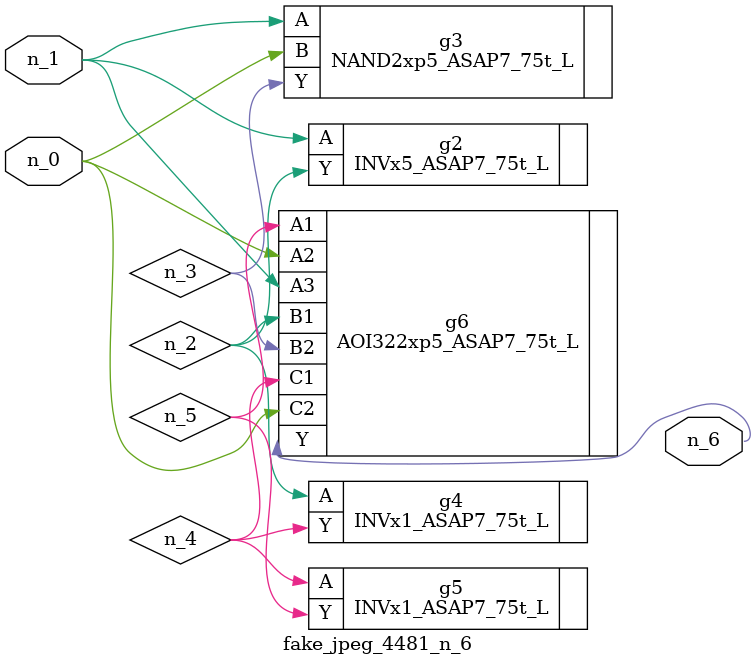
<source format=v>
module fake_jpeg_4481_n_6 (n_0, n_1, n_6);

input n_0;
input n_1;

output n_6;

wire n_2;
wire n_3;
wire n_4;
wire n_5;

INVx5_ASAP7_75t_L g2 ( 
.A(n_1),
.Y(n_2)
);

NAND2xp5_ASAP7_75t_L g3 ( 
.A(n_1),
.B(n_0),
.Y(n_3)
);

INVx1_ASAP7_75t_L g4 ( 
.A(n_2),
.Y(n_4)
);

INVx1_ASAP7_75t_L g5 ( 
.A(n_4),
.Y(n_5)
);

AOI322xp5_ASAP7_75t_L g6 ( 
.A1(n_5),
.A2(n_0),
.A3(n_1),
.B1(n_2),
.B2(n_3),
.C1(n_4),
.C2(n_0),
.Y(n_6)
);


endmodule
</source>
